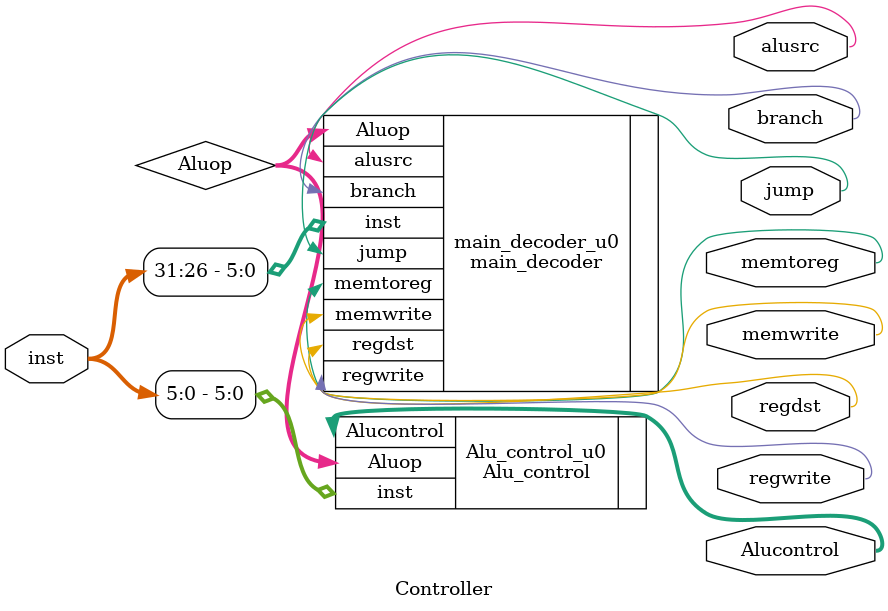
<source format=v>
`timescale 1ns / 1ps

module Controller(
    input wire [31:0] inst,
    output wire jump,branch,alusrc,memwrite,memtoreg,regwrite,regdst,
    output wire [2:0] Alucontrol
    );

    wire [1:0] Aluop;

    main_decoder main_decoder_u0(
    .inst(inst[31:26]),
    .jump(jump),
    .branch(branch),
    .alusrc(alusrc),
    .memwrite(memwrite),
    .memtoreg(memtoreg),
    .regwrite(regwrite),
    .regdst(regdst),
    .Aluop(Aluop)
    );

    Alu_control Alu_control_u0(
    .inst(inst[5:0]),
    .Aluop(Aluop),
    .Alucontrol(Alucontrol)
    );

endmodule

</source>
